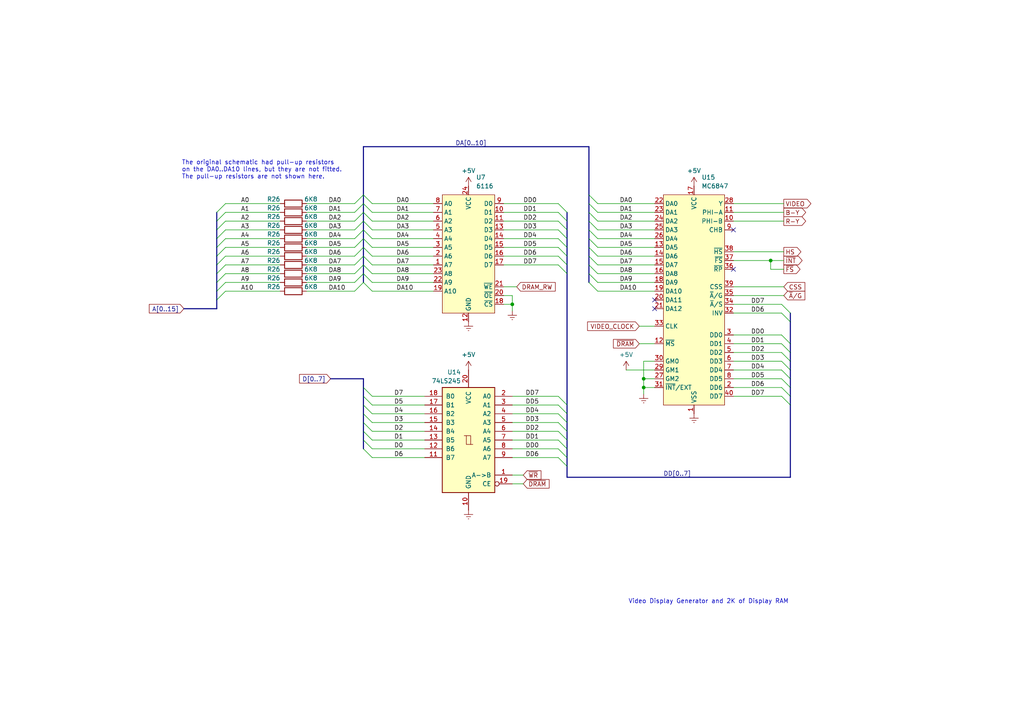
<source format=kicad_sch>
(kicad_sch (version 20230121) (generator eeschema)
  (paper "A4")
  (lib_symbols
    (symbol "74xx:74LS245" (pin_names (offset 1.016))
      (property "Reference" "U" (at -7.62 16.51 0))
      (property "Value" "74LS245" (at -7.62 -16.51 0))
      (symbol "74LS245_1_0"
        (polyline (pts (xy -0.635 -1.27) (xy -0.635 1.27) (xy 0.635 1.27)))
        (polyline (pts (xy -1.27 -1.27) (xy 0.635 -1.27) (xy 0.635 1.27) (xy 1.27 1.27)))
        (pin input line (at -12.7 -10.16 0) (length 5.08) (name "A->B") (number "1"))
        (pin power_in line (at 0 -20.32 90) (length 5.08) (name "GND") (number "10"))
        (pin tri_state line (at 12.7 -5.08 180) (length 5.08) (name "B7") (number "11"))
        (pin tri_state line (at 12.7 -2.54 180) (length 5.08) (name "B6") (number "12"))
        (pin tri_state line (at 12.7 0 180) (length 5.08) (name "B5") (number "13"))
        (pin tri_state line (at 12.7 2.54 180) (length 5.08) (name "B4") (number "14"))
        (pin tri_state line (at 12.7 5.08 180) (length 5.08) (name "B3") (number "15"))
        (pin tri_state line (at 12.7 7.62 180) (length 5.08) (name "B2") (number "16"))
        (pin tri_state line (at 12.7 10.16 180) (length 5.08) (name "B1") (number "17"))
        (pin tri_state line (at 12.7 12.7 180) (length 5.08) (name "B0") (number "18"))
        (pin input inverted (at -12.7 -12.7 0) (length 5.08) (name "CE") (number "19"))
        (pin tri_state line (at -12.7 12.7 0) (length 5.08) (name "A0") (number "2"))
        (pin power_in line (at 0 20.32 270) (length 5.08) (name "VCC") (number "20"))
        (pin tri_state line (at -12.7 10.16 0) (length 5.08) (name "A1") (number "3"))
        (pin tri_state line (at -12.7 7.62 0) (length 5.08) (name "A2") (number "4"))
        (pin tri_state line (at -12.7 5.08 0) (length 5.08) (name "A3") (number "5"))
        (pin tri_state line (at -12.7 2.54 0) (length 5.08) (name "A4") (number "6"))
        (pin tri_state line (at -12.7 0 0) (length 5.08) (name "A5") (number "7"))
        (pin tri_state line (at -12.7 -2.54 0) (length 5.08) (name "A6") (number "8"))
        (pin tri_state line (at -12.7 -5.08 0) (length 5.08) (name "A7") (number "9"))
      )
      (symbol "74LS245_1_1"
        (rectangle (start -7.62 15.24) (end 7.62 -15.24) (stroke (width 0.254)) (fill (type background)))
      )
    )
    (symbol "Device:R" (pin_numbers hide) (pin_names (offset 0))
      (property "Reference" "R" (at 2.032 0 90))
      (property "Value" "R" (at 0 0 90))
      (symbol "R_0_1"
        (rectangle (start -1.016 -2.54) (end 1.016 2.54) (stroke (width 0.254)))
      )
      (symbol "R_1_1"
        (pin passive line (at 0 3.81 270) (length 1.27) (name "~") (number "1"))
        (pin passive line (at 0 -3.81 90) (length 1.27) (name "~") (number "2"))
      )
    )
    (symbol "RAM_6116:6116_2K_x_8_Static_RAM"
      (property "Reference" "U" (at 3.81 2.54 0))
      (property "Value" "6116" (at 5.08 0 0))
      (symbol "6116_2K_x_8_Static_RAM_1_1"
        (rectangle (start -7.62 -2.54) (end 7.62 -36.83) (fill (type background)))
        (pin input line (at -10.16 -22.86 0) (length 2.54) (name "A7") (number "1"))
        (pin bidirectional line (at 10.16 -7.62 180) (length 2.54) (name "D1") (number "10"))
        (pin bidirectional line (at 10.16 -10.16 180) (length 2.54) (name "D2") (number "11"))
        (pin power_in line (at 0 -39.37 90) (length 2.54) (name "GND") (number "12"))
        (pin bidirectional line (at 10.16 -12.7 180) (length 2.54) (name "D3") (number "13"))
        (pin bidirectional line (at 10.16 -15.24 180) (length 2.54) (name "D4") (number "14"))
        (pin bidirectional line (at 10.16 -17.78 180) (length 2.54) (name "D5") (number "15"))
        (pin bidirectional line (at 10.16 -20.32 180) (length 2.54) (name "D6") (number "16"))
        (pin bidirectional line (at 10.16 -22.86 180) (length 2.54) (name "D7") (number "17"))
        (pin input line (at 10.16 -34.29 180) (length 2.54) (name "~{CS}") (number "18"))
        (pin input line (at -10.16 -30.48 0) (length 2.54) (name "A10") (number "19"))
        (pin input line (at -10.16 -20.32 0) (length 2.54) (name "A6") (number "2"))
        (pin input line (at 10.16 -31.75 180) (length 2.54) (name "~{OE}") (number "20"))
        (pin input line (at 10.16 -29.21 180) (length 2.54) (name "~{WE}") (number "21"))
        (pin input line (at -10.16 -27.94 0) (length 2.54) (name "A9") (number "22"))
        (pin input line (at -10.16 -25.4 0) (length 2.54) (name "A8") (number "23"))
        (pin power_in line (at 0 0 270) (length 2.54) (name "VCC") (number "24"))
        (pin input line (at -10.16 -17.78 0) (length 2.54) (name "A5") (number "3"))
        (pin input line (at -10.16 -15.24 0) (length 2.54) (name "A4") (number "4"))
        (pin input line (at -10.16 -12.7 0) (length 2.54) (name "A3") (number "5"))
        (pin input line (at -10.16 -10.16 0) (length 2.54) (name "A2") (number "6"))
        (pin input line (at -10.16 -7.62 0) (length 2.54) (name "A1") (number "7"))
        (pin input line (at -10.16 -5.08 0) (length 2.54) (name "A0") (number "8"))
        (pin bidirectional line (at 10.16 -5.08 180) (length 2.54) (name "D0") (number "9"))
      )
    )
    (symbol "VDG_MC6847:MC6847"
      (property "Reference" "U" (at 3.81 1.27 0))
      (property "Value" "MC6847" (at 6.35 -1.27 0))
      (symbol "MC6847_1_1"
        (rectangle (start -8.89 -2.54) (end 8.89 -63.5) (fill (type background)))
        (pin power_in line (at 0 -66.04 90) (length 2.54) (name "VSS") (number "1"))
        (pin output line (at 11.43 -10.16 180) (length 2.54) (name "PHI-B") (number "10"))
        (pin output line (at 11.43 -7.62 180) (length 2.54) (name "PHI-A") (number "11"))
        (pin input line (at -11.43 -45.72 0) (length 2.54) (name "~{MS}") (number "12"))
        (pin output line (at -11.43 -17.78 0) (length 2.54) (name "DA5") (number "13"))
        (pin output line (at -11.43 -20.32 0) (length 2.54) (name "DA6") (number "14"))
        (pin output line (at -11.43 -22.86 0) (length 2.54) (name "DA7") (number "15"))
        (pin output line (at -11.43 -25.4 0) (length 2.54) (name "DA8") (number "16"))
        (pin power_in line (at 0 0 270) (length 2.54) (name "VCC") (number "17"))
        (pin output line (at -11.43 -27.94 0) (length 2.54) (name "DA9") (number "18"))
        (pin output line (at -11.43 -30.48 0) (length 2.54) (name "DA10") (number "19"))
        (pin input line (at 11.43 -58.42 180) (length 2.54) (name "DD6") (number "2"))
        (pin output line (at -11.43 -33.02 0) (length 2.54) (name "DA11") (number "20"))
        (pin output line (at -11.43 -35.56 0) (length 2.54) (name "DA12") (number "21"))
        (pin output line (at -11.43 -5.08 0) (length 2.54) (name "DA0") (number "22"))
        (pin output line (at -11.43 -7.62 0) (length 2.54) (name "DA1") (number "23"))
        (pin output line (at -11.43 -10.16 0) (length 2.54) (name "DA2") (number "24"))
        (pin output line (at -11.43 -12.7 0) (length 2.54) (name "DA3") (number "25"))
        (pin output line (at -11.43 -15.24 0) (length 2.54) (name "DA4") (number "26"))
        (pin input line (at -11.43 -55.88 0) (length 2.54) (name "GM2") (number "27"))
        (pin output line (at 11.43 -5.08 180) (length 2.54) (name "Y") (number "28"))
        (pin input line (at -11.43 -53.34 0) (length 2.54) (name "GM1") (number "29"))
        (pin input line (at 11.43 -43.18 180) (length 2.54) (name "DD0") (number "3"))
        (pin input line (at -11.43 -50.8 0) (length 2.54) (name "GM0") (number "30"))
        (pin input line (at -11.43 -58.42 0) (length 2.54) (name "~{INT}/EXT") (number "31"))
        (pin input line (at 11.43 -36.83 180) (length 2.54) (name "INV") (number "32"))
        (pin input line (at -11.43 -40.64 0) (length 2.54) (name "CLK") (number "33"))
        (pin input line (at 11.43 -34.29 180) (length 2.54) (name "~{A}/S") (number "34"))
        (pin input line (at 11.43 -31.75 180) (length 2.54) (name "~{A}/G") (number "35"))
        (pin output line (at 11.43 -24.13 180) (length 2.54) (name "~{RP}") (number "36"))
        (pin output line (at 11.43 -21.59 180) (length 2.54) (name "~{FS}") (number "37"))
        (pin output line (at 11.43 -19.05 180) (length 2.54) (name "~{HS}") (number "38"))
        (pin input line (at 11.43 -29.21 180) (length 2.54) (name "CSS") (number "39"))
        (pin input line (at 11.43 -45.72 180) (length 2.54) (name "DD1") (number "4"))
        (pin input line (at 11.43 -60.96 180) (length 2.54) (name "DD7") (number "40"))
        (pin input line (at 11.43 -48.26 180) (length 2.54) (name "DD2") (number "5"))
        (pin input line (at 11.43 -50.8 180) (length 2.54) (name "DD3") (number "6"))
        (pin input line (at 11.43 -53.34 180) (length 2.54) (name "DD4") (number "7"))
        (pin input line (at 11.43 -55.88 180) (length 2.54) (name "DD5") (number "8"))
        (pin output line (at 11.43 -12.7 180) (length 2.54) (name "CHB") (number "9"))
      )
    )
    (symbol "power:+5V" (power) (pin_names (offset 0))
      (property "Value" "+5V" (at 0 3.556 0))
      (symbol "+5V_0_1"
        (polyline (pts (xy -0.762 1.27) (xy 0 2.54)))
        (polyline (pts (xy 0 0) (xy 0 2.54)))
        (polyline (pts (xy 0 2.54) (xy 0.762 1.27)))
      )
      (symbol "+5V_1_1"
        (pin power_in line (at 0 0 90) (length 0) hide (name "+5V") (number "1"))
      )
    )
    (symbol "power:Earth" (power) (pin_names (offset 0))
      (symbol "Earth_0_1"
        (polyline (pts (xy -0.635 -1.905) (xy 0.635 -1.905)))
        (polyline (pts (xy -0.127 -2.54) (xy 0.127 -2.54)))
        (polyline (pts (xy 0 -1.27) (xy 0 0)))
        (polyline (pts (xy 1.27 -1.27) (xy -1.27 -1.27)))
      )
      (symbol "Earth_1_1"
        (pin power_in line (at 0 0 270) (length 0) hide (name "Earth") (number "1"))
      )
    )
  )
  (junction (at 186.69 112.395))
  (junction (at 148.59 88.265))
  (junction (at 223.52 75.565))
  (junction (at 186.69 109.855))
  (no_connect (at 189.865 86.995))
  (no_connect (at 189.865 89.535))
  (no_connect (at 212.725 78.105))
  (no_connect (at 212.725 66.675))
  (bus_entry (at 161.925 71.755) (size 2.54 2.54))
  (bus_entry (at 161.925 130.175) (size 2.54 2.54))
  (bus_entry (at 105.41 71.755) (size 2.54 2.54))
  (bus_entry (at 65.405 64.135) (size -2.54 2.54))
  (bus_entry (at 226.695 114.935) (size 2.54 2.54))
  (bus_entry (at 226.695 107.315) (size 2.54 2.54))
  (bus_entry (at 161.925 114.935) (size 2.54 2.54))
  (bus_entry (at 102.87 76.835) (size 2.54 -2.54))
  (bus_entry (at 105.41 130.175) (size 2.54 2.54))
  (bus_entry (at 102.87 59.055) (size 2.54 -2.54))
  (bus_entry (at 105.41 61.595) (size 2.54 2.54))
  (bus_entry (at 226.695 99.695) (size 2.54 2.54))
  (bus_entry (at 65.405 81.915) (size -2.54 2.54))
  (bus_entry (at 105.41 66.675) (size 2.54 2.54))
  (bus_entry (at 161.925 76.835) (size 2.54 2.54))
  (bus_entry (at 65.405 61.595) (size -2.54 2.54))
  (bus_entry (at 226.695 90.805) (size 2.54 2.54))
  (bus_entry (at 226.695 97.155) (size 2.54 2.54))
  (bus_entry (at 170.815 66.675) (size 2.54 2.54))
  (bus_entry (at 65.405 66.675) (size -2.54 2.54))
  (bus_entry (at 170.815 76.835) (size 2.54 2.54))
  (bus_entry (at 226.695 104.775) (size 2.54 2.54))
  (bus_entry (at 161.925 125.095) (size 2.54 2.54))
  (bus_entry (at 105.41 79.375) (size 2.54 2.54))
  (bus_entry (at 226.695 102.235) (size 2.54 2.54))
  (bus_entry (at 105.41 122.555) (size 2.54 2.54))
  (bus_entry (at 161.925 120.015) (size 2.54 2.54))
  (bus_entry (at 105.41 112.395) (size 2.54 2.54))
  (bus_entry (at 105.41 64.135) (size 2.54 2.54))
  (bus_entry (at 161.925 122.555) (size 2.54 2.54))
  (bus_entry (at 161.925 74.295) (size 2.54 2.54))
  (bus_entry (at 161.925 66.675) (size 2.54 2.54))
  (bus_entry (at 105.41 69.215) (size 2.54 2.54))
  (bus_entry (at 102.87 61.595) (size 2.54 -2.54))
  (bus_entry (at 161.925 64.135) (size 2.54 2.54))
  (bus_entry (at 170.815 64.135) (size 2.54 2.54))
  (bus_entry (at 161.925 59.055) (size 2.54 2.54))
  (bus_entry (at 170.815 81.915) (size 2.54 2.54))
  (bus_entry (at 105.41 114.935) (size 2.54 2.54))
  (bus_entry (at 170.815 61.595) (size 2.54 2.54))
  (bus_entry (at 105.41 56.515) (size 2.54 2.54))
  (bus_entry (at 105.41 76.835) (size 2.54 2.54))
  (bus_entry (at 105.41 81.915) (size 2.54 2.54))
  (bus_entry (at 102.87 64.135) (size 2.54 -2.54))
  (bus_entry (at 170.815 69.215) (size 2.54 2.54))
  (bus_entry (at 65.405 79.375) (size -2.54 2.54))
  (bus_entry (at 105.41 127.635) (size 2.54 2.54))
  (bus_entry (at 105.41 74.295) (size 2.54 2.54))
  (bus_entry (at 65.405 69.215) (size -2.54 2.54))
  (bus_entry (at 161.925 127.635) (size 2.54 2.54))
  (bus_entry (at 226.695 88.265) (size 2.54 2.54))
  (bus_entry (at 105.41 117.475) (size 2.54 2.54))
  (bus_entry (at 105.41 59.055) (size 2.54 2.54))
  (bus_entry (at 102.87 81.915) (size 2.54 -2.54))
  (bus_entry (at 105.41 120.015) (size 2.54 2.54))
  (bus_entry (at 102.87 84.455) (size 2.54 -2.54))
  (bus_entry (at 161.925 61.595) (size 2.54 2.54))
  (bus_entry (at 65.405 74.295) (size -2.54 2.54))
  (bus_entry (at 102.87 69.215) (size 2.54 -2.54))
  (bus_entry (at 226.695 109.855) (size 2.54 2.54))
  (bus_entry (at 170.815 59.055) (size 2.54 2.54))
  (bus_entry (at 65.405 76.835) (size -2.54 2.54))
  (bus_entry (at 65.405 71.755) (size -2.54 2.54))
  (bus_entry (at 65.405 84.455) (size -2.54 2.54))
  (bus_entry (at 65.405 59.055) (size -2.54 2.54))
  (bus_entry (at 226.695 112.395) (size 2.54 2.54))
  (bus_entry (at 170.815 79.375) (size 2.54 2.54))
  (bus_entry (at 161.925 117.475) (size 2.54 2.54))
  (bus_entry (at 102.87 71.755) (size 2.54 -2.54))
  (bus_entry (at 161.925 69.215) (size 2.54 2.54))
  (bus_entry (at 102.87 66.675) (size 2.54 -2.54))
  (bus_entry (at 170.815 71.755) (size 2.54 2.54))
  (bus_entry (at 102.87 74.295) (size 2.54 -2.54))
  (bus_entry (at 105.41 125.095) (size 2.54 2.54))
  (bus_entry (at 170.815 56.515) (size 2.54 2.54))
  (bus_entry (at 170.815 74.295) (size 2.54 2.54))
  (bus_entry (at 161.925 132.715) (size 2.54 2.54))
  (bus_entry (at 102.87 79.375) (size 2.54 -2.54))
  (wire (pts (xy 173.355 69.215) (xy 189.865 69.215)))
  (wire (pts (xy 65.405 74.295) (xy 81.28 74.295)))
  (bus (pts (xy 229.235 102.235) (xy 229.235 99.695)))
  (bus (pts (xy 105.41 42.545) (xy 105.41 56.515)))
  (bus (pts (xy 164.465 125.095) (xy 164.465 127.635)))
  (wire (pts (xy 107.95 130.175) (xy 123.19 130.175)))
  (wire (pts (xy 107.95 125.095) (xy 123.19 125.095)))
  (wire (pts (xy 107.95 122.555) (xy 123.19 122.555)))
  (wire (pts (xy 212.725 107.315) (xy 226.695 107.315)))
  (wire (pts (xy 107.95 114.935) (xy 123.19 114.935)))
  (wire (pts (xy 146.05 69.215) (xy 161.925 69.215)))
  (wire (pts (xy 148.59 122.555) (xy 161.925 122.555)))
  (wire (pts (xy 212.725 85.725) (xy 227.33 85.725)))
  (bus (pts (xy 62.865 61.595) (xy 62.865 64.135)))
  (bus (pts (xy 105.41 122.555) (xy 105.41 120.015)))
  (wire (pts (xy 173.355 76.835) (xy 189.865 76.835)))
  (bus (pts (xy 62.865 69.215) (xy 62.865 71.755)))
  (wire (pts (xy 227.33 78.105) (xy 223.52 78.105)))
  (wire (pts (xy 146.05 88.265) (xy 148.59 88.265)))
  (bus (pts (xy 229.235 138.43) (xy 229.235 117.475)))
  (wire (pts (xy 173.355 84.455) (xy 189.865 84.455)))
  (bus (pts (xy 105.41 56.515) (xy 105.41 59.055)))
  (wire (pts (xy 65.405 69.215) (xy 81.28 69.215)))
  (wire (pts (xy 88.9 79.375) (xy 102.87 79.375)))
  (wire (pts (xy 148.59 88.265) (xy 148.59 90.17)))
  (bus (pts (xy 229.235 93.345) (xy 229.235 99.695)))
  (bus (pts (xy 164.465 69.215) (xy 164.465 71.755)))
  (bus (pts (xy 164.465 127.635) (xy 164.465 130.175)))
  (bus (pts (xy 105.41 109.855) (xy 95.885 109.855)))
  (bus (pts (xy 164.465 61.595) (xy 164.465 64.135)))
  (wire (pts (xy 65.405 64.135) (xy 81.28 64.135)))
  (wire (pts (xy 173.355 79.375) (xy 189.865 79.375)))
  (wire (pts (xy 107.95 69.215) (xy 125.73 69.215)))
  (wire (pts (xy 146.05 83.185) (xy 149.86 83.185)))
  (bus (pts (xy 170.815 79.375) (xy 170.815 81.915)))
  (bus (pts (xy 229.235 90.805) (xy 229.235 93.345)))
  (wire (pts (xy 88.9 84.455) (xy 102.87 84.455)))
  (wire (pts (xy 65.405 76.835) (xy 81.28 76.835)))
  (wire (pts (xy 88.9 61.595) (xy 102.87 61.595)))
  (wire (pts (xy 88.9 76.835) (xy 102.87 76.835)))
  (wire (pts (xy 212.725 114.935) (xy 226.695 114.935)))
  (wire (pts (xy 65.405 61.595) (xy 81.28 61.595)))
  (bus (pts (xy 170.815 66.675) (xy 170.815 69.215)))
  (bus (pts (xy 105.41 66.675) (xy 105.41 69.215)))
  (bus (pts (xy 229.235 109.855) (xy 229.235 107.315)))
  (bus (pts (xy 105.41 117.475) (xy 105.41 114.935)))
  (bus (pts (xy 105.41 71.755) (xy 105.41 74.295)))
  (wire (pts (xy 107.95 84.455) (xy 125.73 84.455)))
  (bus (pts (xy 62.865 64.135) (xy 62.865 66.675)))
  (wire (pts (xy 186.69 112.395) (xy 186.69 114.3)))
  (bus (pts (xy 229.235 104.775) (xy 229.235 102.235)))
  (wire (pts (xy 148.59 130.175) (xy 161.925 130.175)))
  (bus (pts (xy 164.465 120.015) (xy 164.465 122.555)))
  (bus (pts (xy 170.815 42.545) (xy 170.815 56.515)))
  (wire (pts (xy 148.59 132.715) (xy 161.925 132.715)))
  (bus (pts (xy 164.465 135.255) (xy 164.465 138.43)))
  (wire (pts (xy 173.355 81.915) (xy 189.865 81.915)))
  (wire (pts (xy 107.95 127.635) (xy 123.19 127.635)))
  (bus (pts (xy 62.865 76.835) (xy 62.865 79.375)))
  (bus (pts (xy 164.465 76.835) (xy 164.465 79.375)))
  (wire (pts (xy 65.405 81.915) (xy 81.28 81.915)))
  (wire (pts (xy 212.725 102.235) (xy 226.695 102.235)))
  (wire (pts (xy 65.405 59.055) (xy 81.28 59.055)))
  (wire (pts (xy 65.405 79.375) (xy 81.28 79.375)))
  (wire (pts (xy 107.95 59.055) (xy 125.73 59.055)))
  (bus (pts (xy 170.815 74.295) (xy 170.815 76.835)))
  (bus (pts (xy 62.865 86.995) (xy 62.865 89.535)))
  (bus (pts (xy 170.815 71.755) (xy 170.815 74.295)))
  (wire (pts (xy 107.95 76.835) (xy 125.73 76.835)))
  (wire (pts (xy 146.05 85.725) (xy 148.59 85.725)))
  (bus (pts (xy 164.465 117.475) (xy 164.465 120.015)))
  (bus (pts (xy 105.41 130.175) (xy 105.41 127.635)))
  (bus (pts (xy 170.815 59.055) (xy 170.815 61.595)))
  (bus (pts (xy 164.465 130.175) (xy 164.465 132.715)))
  (wire (pts (xy 148.59 117.475) (xy 161.925 117.475)))
  (bus (pts (xy 62.865 74.295) (xy 62.865 76.835)))
  (wire (pts (xy 146.05 64.135) (xy 161.925 64.135)))
  (bus (pts (xy 170.815 76.835) (xy 170.815 79.375)))
  (wire (pts (xy 107.95 74.295) (xy 125.73 74.295)))
  (bus (pts (xy 164.465 132.715) (xy 164.465 135.255)))
  (wire (pts (xy 88.9 69.215) (xy 102.87 69.215)))
  (wire (pts (xy 65.405 66.675) (xy 81.28 66.675)))
  (wire (pts (xy 212.725 112.395) (xy 226.695 112.395)))
  (bus (pts (xy 62.865 81.915) (xy 62.865 84.455)))
  (wire (pts (xy 107.95 64.135) (xy 125.73 64.135)))
  (wire (pts (xy 148.59 127.635) (xy 161.925 127.635)))
  (wire (pts (xy 107.95 132.715) (xy 123.19 132.715)))
  (wire (pts (xy 186.69 104.775) (xy 186.69 109.855)))
  (bus (pts (xy 105.41 69.215) (xy 105.41 71.755)))
  (bus (pts (xy 105.41 74.295) (xy 105.41 76.835)))
  (wire (pts (xy 88.9 66.675) (xy 102.87 66.675)))
  (wire (pts (xy 189.865 104.775) (xy 186.69 104.775)))
  (wire (pts (xy 212.725 73.025) (xy 227.33 73.025)))
  (bus (pts (xy 105.41 42.545) (xy 170.815 42.545)))
  (wire (pts (xy 146.05 74.295) (xy 161.925 74.295)))
  (wire (pts (xy 212.725 83.185) (xy 227.33 83.185)))
  (bus (pts (xy 105.41 61.595) (xy 105.41 64.135)))
  (wire (pts (xy 148.59 137.795) (xy 151.765 137.795)))
  (wire (pts (xy 88.9 74.295) (xy 102.87 74.295)))
  (wire (pts (xy 212.725 75.565) (xy 223.52 75.565)))
  (bus (pts (xy 105.41 76.835) (xy 105.41 79.375)))
  (bus (pts (xy 164.465 66.675) (xy 164.465 69.215)))
  (wire (pts (xy 107.95 120.015) (xy 123.19 120.015)))
  (wire (pts (xy 212.725 99.695) (xy 226.695 99.695)))
  (wire (pts (xy 223.52 78.105) (xy 223.52 75.565)))
  (wire (pts (xy 212.725 90.805) (xy 226.695 90.805)))
  (wire (pts (xy 212.725 88.265) (xy 226.695 88.265)))
  (wire (pts (xy 212.725 59.055) (xy 227.33 59.055)))
  (wire (pts (xy 173.355 59.055) (xy 189.865 59.055)))
  (bus (pts (xy 229.235 117.475) (xy 229.235 114.935)))
  (wire (pts (xy 212.725 109.855) (xy 226.695 109.855)))
  (bus (pts (xy 229.235 112.395) (xy 229.235 109.855)))
  (wire (pts (xy 173.355 74.295) (xy 189.865 74.295)))
  (bus (pts (xy 62.865 84.455) (xy 62.865 86.995)))
  (wire (pts (xy 185.42 99.695) (xy 189.865 99.695)))
  (wire (pts (xy 189.865 107.315) (xy 181.61 107.315)))
  (wire (pts (xy 65.405 71.755) (xy 81.28 71.755)))
  (bus (pts (xy 164.465 122.555) (xy 164.465 125.095)))
  (wire (pts (xy 148.59 114.935) (xy 161.925 114.935)))
  (wire (pts (xy 107.95 79.375) (xy 125.73 79.375)))
  (wire (pts (xy 107.95 66.675) (xy 125.73 66.675)))
  (bus (pts (xy 105.41 120.015) (xy 105.41 117.475)))
  (bus (pts (xy 105.41 125.095) (xy 105.41 122.555)))
  (wire (pts (xy 173.355 66.675) (xy 189.865 66.675)))
  (wire (pts (xy 186.69 109.855) (xy 189.865 109.855)))
  (wire (pts (xy 88.9 59.055) (xy 102.87 59.055)))
  (bus (pts (xy 62.865 66.675) (xy 62.865 69.215)))
  (wire (pts (xy 107.95 81.915) (xy 125.73 81.915)))
  (wire (pts (xy 146.05 59.055) (xy 161.925 59.055)))
  (wire (pts (xy 88.9 81.915) (xy 102.87 81.915)))
  (bus (pts (xy 105.41 127.635) (xy 105.41 125.095)))
  (wire (pts (xy 212.725 64.135) (xy 227.33 64.135)))
  (wire (pts (xy 148.59 140.335) (xy 151.765 140.335)))
  (bus (pts (xy 170.815 64.135) (xy 170.815 66.675)))
  (wire (pts (xy 223.52 75.565) (xy 227.33 75.565)))
  (wire (pts (xy 88.9 64.135) (xy 102.87 64.135)))
  (bus (pts (xy 105.41 114.935) (xy 105.41 112.395)))
  (wire (pts (xy 88.9 71.755) (xy 102.87 71.755)))
  (wire (pts (xy 107.95 71.755) (xy 125.73 71.755)))
  (bus (pts (xy 229.235 114.935) (xy 229.235 112.395)))
  (bus (pts (xy 170.815 61.595) (xy 170.815 64.135)))
  (wire (pts (xy 212.725 61.595) (xy 227.33 61.595)))
  (wire (pts (xy 146.05 61.595) (xy 161.925 61.595)))
  (wire (pts (xy 186.69 112.395) (xy 189.865 112.395)))
  (bus (pts (xy 105.41 112.395) (xy 105.41 109.855)))
  (bus (pts (xy 164.465 74.295) (xy 164.465 76.835)))
  (bus (pts (xy 164.465 64.135) (xy 164.465 66.675)))
  (wire (pts (xy 212.725 104.775) (xy 226.695 104.775)))
  (bus (pts (xy 62.865 79.375) (xy 62.865 81.915)))
  (bus (pts (xy 229.235 107.315) (xy 229.235 104.775)))
  (bus (pts (xy 164.465 138.43) (xy 229.235 138.43)))
  (bus (pts (xy 105.41 81.915) (xy 105.41 79.375)))
  (wire (pts (xy 107.95 61.595) (xy 125.73 61.595)))
  (bus (pts (xy 62.865 89.535) (xy 53.34 89.535)))
  (bus (pts (xy 170.815 56.515) (xy 170.815 59.055)))
  (wire (pts (xy 148.59 125.095) (xy 161.925 125.095)))
  (wire (pts (xy 173.355 61.595) (xy 189.865 61.595)))
  (bus (pts (xy 105.41 59.055) (xy 105.41 61.595)))
  (bus (pts (xy 105.41 64.135) (xy 105.41 66.675)))
  (wire (pts (xy 185.42 94.615) (xy 189.865 94.615)))
  (wire (pts (xy 173.355 64.135) (xy 189.865 64.135)))
  (wire (pts (xy 146.05 66.675) (xy 161.925 66.675)))
  (bus (pts (xy 170.815 69.215) (xy 170.815 71.755)))
  (wire (pts (xy 148.59 120.015) (xy 161.925 120.015)))
  (wire (pts (xy 148.59 85.725) (xy 148.59 88.265)))
  (bus (pts (xy 164.465 79.375) (xy 164.465 117.475)))
  (wire (pts (xy 173.355 71.755) (xy 189.865 71.755)))
  (wire (pts (xy 107.95 117.475) (xy 123.19 117.475)))
  (bus (pts (xy 62.865 71.755) (xy 62.865 74.295)))
  (wire (pts (xy 212.725 97.155) (xy 226.695 97.155)))
  (wire (pts (xy 65.405 84.455) (xy 81.28 84.455)))
  (wire (pts (xy 146.05 76.835) (xy 161.925 76.835)))
  (bus (pts (xy 164.465 71.755) (xy 164.465 74.295)))
  (wire (pts (xy 186.69 109.855) (xy 186.69 112.395)))
  (wire (pts (xy 146.05 71.755) (xy 161.925 71.755)))
  (text "The original schematic had pull-up resistors\non the DA0..DA10 lines, but they are not fitted.\nThe pull-up resistors are not shown here." (at 52.705 52.07 0) (effects (font (size 1.27 1.27)) (justify left bottom)))
  (text "Video Display Generator and 2K of Display RAM" (at 182.245 175.26 0) (effects (font (size 1.27 1.27)) (justify left bottom)))
  (label "DD5" (at 152.4 117.475 0))
  (label "DA[0..10]" (at 132.08 42.545 0))
  (label "A2" (at 69.85 64.135 0))
  (label "DA2" (at 179.705 64.135 0))
  (label "DA9" (at 114.935 81.915 0))
  (label "DA0" (at 179.705 59.055 0))
  (label "DD7" (at 151.765 76.835 0))
  (label "DA9" (at 95.25 81.915 0))
  (label "DD1" (at 217.805 99.695 0))
  (label "D6" (at 114.3 132.715 0))
  (label "A9" (at 69.85 81.915 0))
  (label "DA5" (at 114.935 71.755 0))
  (label "DA4" (at 179.705 69.215 0))
  (label "DD0" (at 152.4 130.175 0))
  (label "DA3" (at 114.935 66.675 0))
  (label "DD4" (at 151.765 69.215 0))
  (label "DA0" (at 95.25 59.055 0))
  (label "DD2" (at 217.805 102.235 0))
  (label "A3" (at 69.85 66.675 0))
  (label "A0" (at 69.85 59.055 0))
  (label "DA0" (at 114.935 59.055 0))
  (label "DA1" (at 114.935 61.595 0))
  (label "D1" (at 114.3 127.635 0))
  (label "DA2" (at 114.935 64.135 0))
  (label "DA1" (at 95.25 61.595 0))
  (label "DD0" (at 217.805 97.155 0))
  (label "DA9" (at 179.705 81.915 0))
  (label "DA8" (at 95.25 79.375 0))
  (label "DD2" (at 151.765 64.135 0))
  (label "DA7" (at 95.25 76.835 0))
  (label "DD3" (at 217.805 104.775 0))
  (label "DD3" (at 151.765 66.675 0))
  (label "DA10" (at 95.25 84.455 0))
  (label "DA5" (at 95.25 71.755 0))
  (label "DD0" (at 151.765 59.055 0))
  (label "DD3" (at 152.4 122.555 0))
  (label "DA6" (at 114.935 74.295 0))
  (label "D0" (at 114.3 130.175 0))
  (label "DA7" (at 179.705 76.835 0))
  (label "A8" (at 69.85 79.375 0))
  (label "DD6" (at 152.4 132.715 0))
  (label "D2" (at 114.3 125.095 0))
  (label "DA1" (at 179.705 61.595 0))
  (label "DD4" (at 217.805 107.315 0))
  (label "DD7" (at 152.4 114.935 0))
  (label "DD4" (at 152.4 120.015 0))
  (label "DA10" (at 179.705 84.455 0))
  (label "A7" (at 69.85 76.835 0))
  (label "D7" (at 114.3 114.935 0))
  (label "DD6" (at 151.765 74.295 0))
  (label "D4" (at 114.3 120.015 0))
  (label "DA6" (at 179.705 74.295 0))
  (label "A10" (at 69.85 84.455 0))
  (label "DA4" (at 95.25 69.215 0))
  (label "DD1" (at 151.765 61.595 0))
  (label "DD2" (at 152.4 125.095 0))
  (label "DD5" (at 217.805 109.855 0))
  (label "DA10" (at 114.935 84.455 0))
  (label "A6" (at 69.85 74.295 0))
  (label "D3" (at 114.3 122.555 0))
  (label "DA6" (at 95.25 74.295 0))
  (label "DA5" (at 179.705 71.755 0))
  (label "DD6" (at 217.805 112.395 0))
  (label "DA3" (at 95.25 66.675 0))
  (label "A1" (at 69.85 61.595 0))
  (label "DD6" (at 217.805 90.805 0))
  (label "D5" (at 114.3 117.475 0))
  (label "A4" (at 69.85 69.215 0))
  (label "A5" (at 69.85 71.755 0))
  (label "DD1" (at 152.4 127.635 0))
  (label "DD5" (at 151.765 71.755 0))
  (label "DA3" (at 179.705 66.675 0))
  (label "DA7" (at 114.935 76.835 0))
  (label "DD[0..7]" (at 192.405 138.43 0))
  (label "DD7" (at 217.805 114.935 0))
  (label "DA2" (at 95.25 64.135 0))
  (label "DA4" (at 114.935 69.215 0))
  (label "DD7" (at 217.805 88.265 0))
  (label "DA8" (at 114.935 79.375 0))
  (label "DA8" (at 179.705 79.375 0))
  (global_label "~{A}{slash}G" (shape input) (at 227.33 85.725 0) (property "Intersheetrefs" "${INTERSHEET_REFS}" (effects hide)))
  (global_label "VIDEO" (shape output) (at 227.33 59.055 0) (property "Intersheetrefs" "${INTERSHEET_REFS}" (effects hide)))
  (global_label "VIDEO_CLOCK" (shape input) (at 185.42 94.615 180) (property "Intersheetrefs" "${INTERSHEET_REFS}" (effects hide)))
  (global_label "~{DRAM}" (shape input) (at 151.765 140.335 0) (property "Intersheetrefs" "${INTERSHEET_REFS}" (effects hide)))
  (global_label "~{FS}" (shape output) (at 227.33 78.105 0) (property "Intersheetrefs" "${INTERSHEET_REFS}" (effects hide)))
  (global_label "CSS" (shape input) (at 227.33 83.185 0) (property "Intersheetrefs" "${INTERSHEET_REFS}" (effects hide)))
  (global_label "R-Y" (shape output) (at 227.33 64.135 0) (property "Intersheetrefs" "${INTERSHEET_REFS}" (effects hide)))
  (global_label "B-Y" (shape output) (at 227.33 61.595 0) (property "Intersheetrefs" "${INTERSHEET_REFS}" (effects hide)))
  (global_label "D[0..7]" (shape input) (at 95.885 109.855 180) (property "Intersheetrefs" "${INTERSHEET_REFS}" (effects hide)))
  (global_label "~{INT}" (shape output) (at 227.33 75.565 0) (property "Intersheetrefs" "${INTERSHEET_REFS}" (effects hide)))
  (global_label "~{WR}" (shape input) (at 151.765 137.795 0) (property "Intersheetrefs" "${INTERSHEET_REFS}" (effects hide)))
  (global_label "A[0..15]" (shape input) (at 53.34 89.535 180) (property "Intersheetrefs" "${INTERSHEET_REFS}" (effects hide)))
  (global_label "~{DRAM}" (shape input) (at 185.42 99.695 180) (property "Intersheetrefs" "${INTERSHEET_REFS}" (effects hide)))
  (global_label "HS" (shape output) (at 227.33 73.025 0) (property "Intersheetrefs" "${INTERSHEET_REFS}" (effects hide)))
  (global_label "DRAM_RW" (shape input) (at 149.86 83.185 0) (property "Intersheetrefs" "${INTERSHEET_REFS}" (effects hide)))
  (symbol (lib_id "power:Earth") (at 135.89 147.955 0) (unit 1)
    (property "Reference" "#PWR065" (effects hide))
    (property "Value" "Earth" (effects hide))
  )
  (symbol (lib_id "power:+5V") (at 135.89 107.315 0) (unit 1)
    (property "Reference" "#PWR066" (effects hide))
    (property "Value" "+5V" (at 135.89 102.87 0))
  )
  (symbol (lib_id "Device:R") (at 85.09 64.135 90) (unit 1)
    (property "Reference" "R26" (at 79.375 62.865 90))
    (property "Value" "6K8" (at 90.17 62.865 90))
    (property "Footprint" "Resistor_THT:R_Axial_DIN0207_L6.3mm_D2.5mm_P7.62mm_Horizontal" (effects hide))
    (instances (project "VZ200" (path "" (reference "R26") (unit 1)) (path "" (reference "R13") (unit 1)) (path "" (reference "R910") (unit 1))))
  )
  (symbol (lib_id "Device:R") (at 85.09 76.835 90) (unit 1)
    (property "Reference" "R26" (at 79.375 75.565 90))
    (property "Value" "6K8" (at 90.17 75.565 90))
    (property "Footprint" "Resistor_THT:R_Axial_DIN0207_L6.3mm_D2.5mm_P7.62mm_Horizontal" (effects hide))
    (instances (project "VZ200" (path "" (reference "R26") (unit 1)) (path "" (reference "R13") (unit 1)) (path "" (reference "R915") (unit 1))))
  )
  (symbol (lib_id "Device:R") (at 85.09 79.375 90) (unit 1)
    (property "Reference" "R26" (at 79.375 78.105 90))
    (property "Value" "6K8" (at 90.17 78.105 90))
    (property "Footprint" "Resistor_THT:R_Axial_DIN0207_L6.3mm_D2.5mm_P7.62mm_Horizontal" (effects hide))
    (instances (project "VZ200" (path "" (reference "R26") (unit 1)) (path "" (reference "R13") (unit 1)) (path "" (reference "R916") (unit 1))))
  )
  (symbol (lib_id "RAM_6116:6116_2K_x_8_Static_RAM") (at 135.89 53.975 0) (unit 1)
    (property "Reference" "U7" (at 138.0841 51.435 0) (effects (justify left)))
    (property "Value" "6116" (at 138.0841 53.975 0) (effects (justify left)))
    (property "Footprint" "Package_DIP:DIP-24_W15.24mm" (effects hide))
  )
  (symbol (lib_id "Device:R") (at 85.09 66.675 90) (unit 1)
    (property "Reference" "R26" (at 79.375 65.405 90))
    (property "Value" "6K8" (at 90.17 65.405 90))
    (property "Footprint" "Resistor_THT:R_Axial_DIN0207_L6.3mm_D2.5mm_P7.62mm_Horizontal" (effects hide))
    (instances (project "VZ200" (path "" (reference "R26") (unit 1)) (path "" (reference "R13") (unit 1)) (path "" (reference "R911") (unit 1))))
  )
  (symbol (lib_id "Device:R") (at 85.09 69.215 90) (unit 1)
    (property "Reference" "R26" (at 79.375 67.945 90))
    (property "Value" "6K8" (at 90.17 67.945 90))
    (property "Footprint" "Resistor_THT:R_Axial_DIN0207_L6.3mm_D2.5mm_P7.62mm_Horizontal" (effects hide))
    (instances (project "VZ200" (path "" (reference "R26") (unit 1)) (path "" (reference "R13") (unit 1)) (path "" (reference "R912") (unit 1))))
  )
  (symbol (lib_id "Device:R") (at 85.09 84.455 90) (unit 1)
    (property "Reference" "R26" (at 79.375 83.185 90))
    (property "Value" "6K8" (at 90.17 83.185 90))
    (property "Footprint" "Resistor_THT:R_Axial_DIN0207_L6.3mm_D2.5mm_P7.62mm_Horizontal" (effects hide))
    (instances (project "VZ200" (path "" (reference "R26") (unit 1)) (path "" (reference "R13") (unit 1)) (path "" (reference "R918") (unit 1))))
  )
  (symbol (lib_id "Device:R") (at 85.09 81.915 90) (unit 1)
    (property "Reference" "R26" (at 79.375 80.645 90))
    (property "Value" "6K8" (at 90.17 80.645 90))
    (property "Footprint" "Resistor_THT:R_Axial_DIN0207_L6.3mm_D2.5mm_P7.62mm_Horizontal" (effects hide))
    (instances (project "VZ200" (path "" (reference "R26") (unit 1)) (path "" (reference "R13") (unit 1)) (path "" (reference "R917") (unit 1))))
  )
  (symbol (lib_id "power:+5V") (at 135.89 53.975 0) (unit 1)
    (property "Reference" "#PWR067" (effects hide))
    (property "Value" "+5V" (at 135.89 49.53 0))
  )
  (symbol (lib_id "power:+5V") (at 201.295 53.975 0) (unit 1)
    (property "Reference" "#PWR068" (effects hide))
    (property "Value" "+5V" (at 201.295 49.53 0))
  )
  (symbol (lib_id "power:Earth") (at 201.295 120.015 0) (unit 1)
    (property "Reference" "#PWR069" (effects hide))
    (property "Value" "Earth" (effects hide))
  )
  (symbol (lib_id "Device:R") (at 85.09 61.595 90) (unit 1)
    (property "Reference" "R26" (at 79.375 60.325 90))
    (property "Value" "6K8" (at 90.17 60.325 90))
    (property "Footprint" "Resistor_THT:R_Axial_DIN0207_L6.3mm_D2.5mm_P7.62mm_Horizontal" (effects hide))
    (instances (project "VZ200" (path "" (reference "R26") (unit 1)) (path "" (reference "R13") (unit 1)) (path "" (reference "R909") (unit 1))))
  )
  (symbol (lib_id "power:+5V") (at 181.61 107.315 0) (unit 1)
    (property "Reference" "#PWR071" (effects hide))
    (property "Value" "+5V" (at 181.61 102.87 0))
  )
  (symbol (lib_id "Device:R") (at 85.09 71.755 90) (unit 1)
    (property "Reference" "R26" (at 79.375 70.485 90))
    (property "Value" "6K8" (at 90.17 70.485 90))
    (property "Footprint" "Resistor_THT:R_Axial_DIN0207_L6.3mm_D2.5mm_P7.62mm_Horizontal" (effects hide))
    (instances (project "VZ200" (path "" (reference "R26") (unit 1)) (path "" (reference "R13") (unit 1)) (path "" (reference "R913") (unit 1))))
  )
  (symbol (lib_id "power:Earth") (at 148.59 90.17 0) (unit 1)
    (property "Reference" "#PWR064" (effects hide))
    (property "Value" "Earth" (effects hide))
  )
  (symbol (lib_id "Device:R") (at 85.09 74.295 90) (unit 1)
    (property "Reference" "R26" (at 79.375 73.025 90))
    (property "Value" "6K8" (at 90.17 73.025 90))
    (property "Footprint" "Resistor_THT:R_Axial_DIN0207_L6.3mm_D2.5mm_P7.62mm_Horizontal" (effects hide))
    (instances (project "VZ200" (path "" (reference "R26") (unit 1)) (path "" (reference "R13") (unit 1)) (path "" (reference "R914") (unit 1))))
  )
  (symbol (lib_id "VDG_MC6847:MC6847") (at 201.295 53.975 0) (unit 1)
    (property "Reference" "U15" (at 203.4891 51.435 0) (effects (justify left)))
    (property "Value" "MC6847" (at 203.4891 53.975 0) (effects (justify left)))
    (property "Footprint" "Package_DIP:DIP-40_W15.24mm" (effects hide))
  )
  (symbol (lib_id "Device:R") (at 85.09 59.055 90) (unit 1)
    (property "Reference" "R26" (at 79.375 57.785 90))
    (property "Value" "6K8" (at 90.17 57.785 90))
    (property "Footprint" "Resistor_THT:R_Axial_DIN0207_L6.3mm_D2.5mm_P7.62mm_Horizontal" (effects hide))
    (instances (project "VZ200" (path "" (reference "R26") (unit 1)) (path "" (reference "R13") (unit 1)) (path "" (reference "R908") (unit 1))))
  )
  (symbol (lib_id "power:Earth") (at 186.69 114.3 0) (unit 1)
    (property "Reference" "#PWR070" (effects hide))
    (property "Value" "Earth" (effects hide))
  )
  (symbol (lib_id "power:Earth") (at 135.89 93.345 0) (unit 1)
    (property "Reference" "#PWR063" (effects hide))
    (property "Value" "Earth" (effects hide))
  )
  (symbol (lib_id "74xx:74LS245") (at 135.89 127.635 0) (mirror y) (unit 1)
    (property "Reference" "U14" (at 133.6959 107.95 0) (effects (justify left)))
    (property "Value" "74LS245" (at 133.6959 110.49 0) (effects (justify left)))
    (property "Footprint" "Package_DIP:DIP-20_W7.62mm" (effects hide))
    (property "Datasheet" "http://www.ti.com/lit/gpn/sn74LS245" (effects hide))
  )
)
</source>
